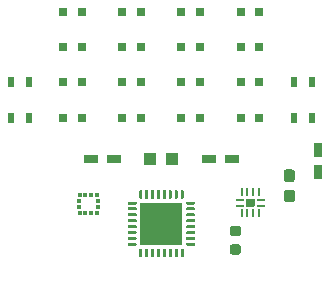
<source format=gbs>
G04 #@! TF.GenerationSoftware,KiCad,Pcbnew,5.1.10*
G04 #@! TF.CreationDate,2021-12-10T15:11:43+01:00*
G04 #@! TF.ProjectId,Watch,57617463-682e-46b6-9963-61645f706362,rev?*
G04 #@! TF.SameCoordinates,Original*
G04 #@! TF.FileFunction,Soldermask,Bot*
G04 #@! TF.FilePolarity,Negative*
%FSLAX46Y46*%
G04 Gerber Fmt 4.6, Leading zero omitted, Abs format (unit mm)*
G04 Created by KiCad (PCBNEW 5.1.10) date 2021-12-10 15:11:43*
%MOMM*%
%LPD*%
G01*
G04 APERTURE LIST*
%ADD10C,0.100000*%
%ADD11R,0.700000X0.250000*%
%ADD12R,0.250000X0.700000*%
%ADD13R,0.300000X0.350000*%
%ADD14R,0.750000X1.200000*%
%ADD15R,1.200000X0.750000*%
%ADD16R,0.800000X0.800000*%
%ADD17R,0.500000X0.900000*%
%ADD18R,1.050000X1.100000*%
%ADD19R,3.650000X3.650000*%
G04 APERTURE END LIST*
D10*
G36*
X145384000Y-106330000D02*
G01*
X145384000Y-106890000D01*
X145244000Y-107030000D01*
X144684000Y-107030000D01*
X144684000Y-106330000D01*
X145384000Y-106330000D01*
G37*
D11*
X145934000Y-106930000D03*
X145934000Y-106430000D03*
X144134000Y-106430000D03*
X144134000Y-106930000D03*
D12*
X145784000Y-105780000D03*
X145284000Y-105780000D03*
X144784000Y-105780000D03*
X144284000Y-105780000D03*
X145784000Y-107580000D03*
X145284000Y-107580000D03*
X144784000Y-107580000D03*
X144284000Y-107580000D03*
D13*
X130543000Y-106557000D03*
X130543000Y-107057000D03*
X130568000Y-107582000D03*
X131068000Y-107582000D03*
X131568000Y-107582000D03*
X132068000Y-107582000D03*
X132093000Y-107057000D03*
X132093000Y-106557000D03*
X132068000Y-106032000D03*
X131568000Y-106032000D03*
X131068000Y-106032000D03*
X130568000Y-106032000D03*
D14*
X150749000Y-102174000D03*
X150749000Y-104074000D03*
D15*
X141550000Y-103000000D03*
X143450000Y-103000000D03*
X133450000Y-103000000D03*
X131550000Y-103000000D03*
D16*
X145800000Y-90500000D03*
X144200000Y-90500000D03*
X145800000Y-93500000D03*
X144200000Y-93500000D03*
X145800000Y-96500000D03*
X144200000Y-96500000D03*
X145800000Y-99500000D03*
X144200000Y-99500000D03*
X140800000Y-90500000D03*
X139200000Y-90500000D03*
X140800000Y-93500000D03*
X139200000Y-93500000D03*
X140800000Y-96500000D03*
X139200000Y-96500000D03*
X140800000Y-99500000D03*
X139200000Y-99500000D03*
X135800000Y-90500000D03*
X134200000Y-90500000D03*
X135800000Y-93500000D03*
X134200000Y-93500000D03*
X135800000Y-96500000D03*
X134200000Y-96500000D03*
X135800000Y-99500000D03*
X134200000Y-99500000D03*
X130800000Y-90500000D03*
X129200000Y-90500000D03*
X130800000Y-93500000D03*
X129200000Y-93500000D03*
X130800000Y-96500000D03*
X129200000Y-96500000D03*
X130800000Y-99500000D03*
X129200000Y-99500000D03*
D17*
X126250000Y-96500000D03*
X124750000Y-96500000D03*
X126250000Y-99500000D03*
X124750000Y-99500000D03*
X148750000Y-96500000D03*
X150250000Y-96500000D03*
X148750000Y-99500000D03*
X150250000Y-99500000D03*
D18*
X136575000Y-103000000D03*
X138425000Y-103000000D03*
G36*
G01*
X135687500Y-105608000D02*
X135812500Y-105608000D01*
G75*
G02*
X135875000Y-105670500I0J-62500D01*
G01*
X135875000Y-106295500D01*
G75*
G02*
X135812500Y-106358000I-62500J0D01*
G01*
X135687500Y-106358000D01*
G75*
G02*
X135625000Y-106295500I0J62500D01*
G01*
X135625000Y-105670500D01*
G75*
G02*
X135687500Y-105608000I62500J0D01*
G01*
G37*
G36*
G01*
X136187500Y-105608000D02*
X136312500Y-105608000D01*
G75*
G02*
X136375000Y-105670500I0J-62500D01*
G01*
X136375000Y-106295500D01*
G75*
G02*
X136312500Y-106358000I-62500J0D01*
G01*
X136187500Y-106358000D01*
G75*
G02*
X136125000Y-106295500I0J62500D01*
G01*
X136125000Y-105670500D01*
G75*
G02*
X136187500Y-105608000I62500J0D01*
G01*
G37*
G36*
G01*
X136687500Y-105608000D02*
X136812500Y-105608000D01*
G75*
G02*
X136875000Y-105670500I0J-62500D01*
G01*
X136875000Y-106295500D01*
G75*
G02*
X136812500Y-106358000I-62500J0D01*
G01*
X136687500Y-106358000D01*
G75*
G02*
X136625000Y-106295500I0J62500D01*
G01*
X136625000Y-105670500D01*
G75*
G02*
X136687500Y-105608000I62500J0D01*
G01*
G37*
G36*
G01*
X137187500Y-105608000D02*
X137312500Y-105608000D01*
G75*
G02*
X137375000Y-105670500I0J-62500D01*
G01*
X137375000Y-106295500D01*
G75*
G02*
X137312500Y-106358000I-62500J0D01*
G01*
X137187500Y-106358000D01*
G75*
G02*
X137125000Y-106295500I0J62500D01*
G01*
X137125000Y-105670500D01*
G75*
G02*
X137187500Y-105608000I62500J0D01*
G01*
G37*
G36*
G01*
X137687500Y-105608000D02*
X137812500Y-105608000D01*
G75*
G02*
X137875000Y-105670500I0J-62500D01*
G01*
X137875000Y-106295500D01*
G75*
G02*
X137812500Y-106358000I-62500J0D01*
G01*
X137687500Y-106358000D01*
G75*
G02*
X137625000Y-106295500I0J62500D01*
G01*
X137625000Y-105670500D01*
G75*
G02*
X137687500Y-105608000I62500J0D01*
G01*
G37*
G36*
G01*
X138187500Y-105608000D02*
X138312500Y-105608000D01*
G75*
G02*
X138375000Y-105670500I0J-62500D01*
G01*
X138375000Y-106295500D01*
G75*
G02*
X138312500Y-106358000I-62500J0D01*
G01*
X138187500Y-106358000D01*
G75*
G02*
X138125000Y-106295500I0J62500D01*
G01*
X138125000Y-105670500D01*
G75*
G02*
X138187500Y-105608000I62500J0D01*
G01*
G37*
G36*
G01*
X138687500Y-105608000D02*
X138812500Y-105608000D01*
G75*
G02*
X138875000Y-105670500I0J-62500D01*
G01*
X138875000Y-106295500D01*
G75*
G02*
X138812500Y-106358000I-62500J0D01*
G01*
X138687500Y-106358000D01*
G75*
G02*
X138625000Y-106295500I0J62500D01*
G01*
X138625000Y-105670500D01*
G75*
G02*
X138687500Y-105608000I62500J0D01*
G01*
G37*
G36*
G01*
X139187500Y-105608000D02*
X139312500Y-105608000D01*
G75*
G02*
X139375000Y-105670500I0J-62500D01*
G01*
X139375000Y-106295500D01*
G75*
G02*
X139312500Y-106358000I-62500J0D01*
G01*
X139187500Y-106358000D01*
G75*
G02*
X139125000Y-106295500I0J62500D01*
G01*
X139125000Y-105670500D01*
G75*
G02*
X139187500Y-105608000I62500J0D01*
G01*
G37*
G36*
G01*
X139662500Y-106583000D02*
X140287500Y-106583000D01*
G75*
G02*
X140350000Y-106645500I0J-62500D01*
G01*
X140350000Y-106770500D01*
G75*
G02*
X140287500Y-106833000I-62500J0D01*
G01*
X139662500Y-106833000D01*
G75*
G02*
X139600000Y-106770500I0J62500D01*
G01*
X139600000Y-106645500D01*
G75*
G02*
X139662500Y-106583000I62500J0D01*
G01*
G37*
G36*
G01*
X139662500Y-107083000D02*
X140287500Y-107083000D01*
G75*
G02*
X140350000Y-107145500I0J-62500D01*
G01*
X140350000Y-107270500D01*
G75*
G02*
X140287500Y-107333000I-62500J0D01*
G01*
X139662500Y-107333000D01*
G75*
G02*
X139600000Y-107270500I0J62500D01*
G01*
X139600000Y-107145500D01*
G75*
G02*
X139662500Y-107083000I62500J0D01*
G01*
G37*
G36*
G01*
X139662500Y-107583000D02*
X140287500Y-107583000D01*
G75*
G02*
X140350000Y-107645500I0J-62500D01*
G01*
X140350000Y-107770500D01*
G75*
G02*
X140287500Y-107833000I-62500J0D01*
G01*
X139662500Y-107833000D01*
G75*
G02*
X139600000Y-107770500I0J62500D01*
G01*
X139600000Y-107645500D01*
G75*
G02*
X139662500Y-107583000I62500J0D01*
G01*
G37*
G36*
G01*
X139662500Y-108083000D02*
X140287500Y-108083000D01*
G75*
G02*
X140350000Y-108145500I0J-62500D01*
G01*
X140350000Y-108270500D01*
G75*
G02*
X140287500Y-108333000I-62500J0D01*
G01*
X139662500Y-108333000D01*
G75*
G02*
X139600000Y-108270500I0J62500D01*
G01*
X139600000Y-108145500D01*
G75*
G02*
X139662500Y-108083000I62500J0D01*
G01*
G37*
G36*
G01*
X139662500Y-108583000D02*
X140287500Y-108583000D01*
G75*
G02*
X140350000Y-108645500I0J-62500D01*
G01*
X140350000Y-108770500D01*
G75*
G02*
X140287500Y-108833000I-62500J0D01*
G01*
X139662500Y-108833000D01*
G75*
G02*
X139600000Y-108770500I0J62500D01*
G01*
X139600000Y-108645500D01*
G75*
G02*
X139662500Y-108583000I62500J0D01*
G01*
G37*
G36*
G01*
X139662500Y-109083000D02*
X140287500Y-109083000D01*
G75*
G02*
X140350000Y-109145500I0J-62500D01*
G01*
X140350000Y-109270500D01*
G75*
G02*
X140287500Y-109333000I-62500J0D01*
G01*
X139662500Y-109333000D01*
G75*
G02*
X139600000Y-109270500I0J62500D01*
G01*
X139600000Y-109145500D01*
G75*
G02*
X139662500Y-109083000I62500J0D01*
G01*
G37*
G36*
G01*
X139662500Y-109583000D02*
X140287500Y-109583000D01*
G75*
G02*
X140350000Y-109645500I0J-62500D01*
G01*
X140350000Y-109770500D01*
G75*
G02*
X140287500Y-109833000I-62500J0D01*
G01*
X139662500Y-109833000D01*
G75*
G02*
X139600000Y-109770500I0J62500D01*
G01*
X139600000Y-109645500D01*
G75*
G02*
X139662500Y-109583000I62500J0D01*
G01*
G37*
G36*
G01*
X139662500Y-110083000D02*
X140287500Y-110083000D01*
G75*
G02*
X140350000Y-110145500I0J-62500D01*
G01*
X140350000Y-110270500D01*
G75*
G02*
X140287500Y-110333000I-62500J0D01*
G01*
X139662500Y-110333000D01*
G75*
G02*
X139600000Y-110270500I0J62500D01*
G01*
X139600000Y-110145500D01*
G75*
G02*
X139662500Y-110083000I62500J0D01*
G01*
G37*
G36*
G01*
X139187500Y-110558000D02*
X139312500Y-110558000D01*
G75*
G02*
X139375000Y-110620500I0J-62500D01*
G01*
X139375000Y-111245500D01*
G75*
G02*
X139312500Y-111308000I-62500J0D01*
G01*
X139187500Y-111308000D01*
G75*
G02*
X139125000Y-111245500I0J62500D01*
G01*
X139125000Y-110620500D01*
G75*
G02*
X139187500Y-110558000I62500J0D01*
G01*
G37*
G36*
G01*
X138687500Y-110558000D02*
X138812500Y-110558000D01*
G75*
G02*
X138875000Y-110620500I0J-62500D01*
G01*
X138875000Y-111245500D01*
G75*
G02*
X138812500Y-111308000I-62500J0D01*
G01*
X138687500Y-111308000D01*
G75*
G02*
X138625000Y-111245500I0J62500D01*
G01*
X138625000Y-110620500D01*
G75*
G02*
X138687500Y-110558000I62500J0D01*
G01*
G37*
G36*
G01*
X138187500Y-110558000D02*
X138312500Y-110558000D01*
G75*
G02*
X138375000Y-110620500I0J-62500D01*
G01*
X138375000Y-111245500D01*
G75*
G02*
X138312500Y-111308000I-62500J0D01*
G01*
X138187500Y-111308000D01*
G75*
G02*
X138125000Y-111245500I0J62500D01*
G01*
X138125000Y-110620500D01*
G75*
G02*
X138187500Y-110558000I62500J0D01*
G01*
G37*
G36*
G01*
X137687500Y-110558000D02*
X137812500Y-110558000D01*
G75*
G02*
X137875000Y-110620500I0J-62500D01*
G01*
X137875000Y-111245500D01*
G75*
G02*
X137812500Y-111308000I-62500J0D01*
G01*
X137687500Y-111308000D01*
G75*
G02*
X137625000Y-111245500I0J62500D01*
G01*
X137625000Y-110620500D01*
G75*
G02*
X137687500Y-110558000I62500J0D01*
G01*
G37*
G36*
G01*
X137187500Y-110558000D02*
X137312500Y-110558000D01*
G75*
G02*
X137375000Y-110620500I0J-62500D01*
G01*
X137375000Y-111245500D01*
G75*
G02*
X137312500Y-111308000I-62500J0D01*
G01*
X137187500Y-111308000D01*
G75*
G02*
X137125000Y-111245500I0J62500D01*
G01*
X137125000Y-110620500D01*
G75*
G02*
X137187500Y-110558000I62500J0D01*
G01*
G37*
G36*
G01*
X136687500Y-110558000D02*
X136812500Y-110558000D01*
G75*
G02*
X136875000Y-110620500I0J-62500D01*
G01*
X136875000Y-111245500D01*
G75*
G02*
X136812500Y-111308000I-62500J0D01*
G01*
X136687500Y-111308000D01*
G75*
G02*
X136625000Y-111245500I0J62500D01*
G01*
X136625000Y-110620500D01*
G75*
G02*
X136687500Y-110558000I62500J0D01*
G01*
G37*
G36*
G01*
X136187500Y-110558000D02*
X136312500Y-110558000D01*
G75*
G02*
X136375000Y-110620500I0J-62500D01*
G01*
X136375000Y-111245500D01*
G75*
G02*
X136312500Y-111308000I-62500J0D01*
G01*
X136187500Y-111308000D01*
G75*
G02*
X136125000Y-111245500I0J62500D01*
G01*
X136125000Y-110620500D01*
G75*
G02*
X136187500Y-110558000I62500J0D01*
G01*
G37*
G36*
G01*
X135687500Y-110558000D02*
X135812500Y-110558000D01*
G75*
G02*
X135875000Y-110620500I0J-62500D01*
G01*
X135875000Y-111245500D01*
G75*
G02*
X135812500Y-111308000I-62500J0D01*
G01*
X135687500Y-111308000D01*
G75*
G02*
X135625000Y-111245500I0J62500D01*
G01*
X135625000Y-110620500D01*
G75*
G02*
X135687500Y-110558000I62500J0D01*
G01*
G37*
G36*
G01*
X134712500Y-110083000D02*
X135337500Y-110083000D01*
G75*
G02*
X135400000Y-110145500I0J-62500D01*
G01*
X135400000Y-110270500D01*
G75*
G02*
X135337500Y-110333000I-62500J0D01*
G01*
X134712500Y-110333000D01*
G75*
G02*
X134650000Y-110270500I0J62500D01*
G01*
X134650000Y-110145500D01*
G75*
G02*
X134712500Y-110083000I62500J0D01*
G01*
G37*
G36*
G01*
X134712500Y-109583000D02*
X135337500Y-109583000D01*
G75*
G02*
X135400000Y-109645500I0J-62500D01*
G01*
X135400000Y-109770500D01*
G75*
G02*
X135337500Y-109833000I-62500J0D01*
G01*
X134712500Y-109833000D01*
G75*
G02*
X134650000Y-109770500I0J62500D01*
G01*
X134650000Y-109645500D01*
G75*
G02*
X134712500Y-109583000I62500J0D01*
G01*
G37*
G36*
G01*
X134712500Y-109083000D02*
X135337500Y-109083000D01*
G75*
G02*
X135400000Y-109145500I0J-62500D01*
G01*
X135400000Y-109270500D01*
G75*
G02*
X135337500Y-109333000I-62500J0D01*
G01*
X134712500Y-109333000D01*
G75*
G02*
X134650000Y-109270500I0J62500D01*
G01*
X134650000Y-109145500D01*
G75*
G02*
X134712500Y-109083000I62500J0D01*
G01*
G37*
G36*
G01*
X134712500Y-108583000D02*
X135337500Y-108583000D01*
G75*
G02*
X135400000Y-108645500I0J-62500D01*
G01*
X135400000Y-108770500D01*
G75*
G02*
X135337500Y-108833000I-62500J0D01*
G01*
X134712500Y-108833000D01*
G75*
G02*
X134650000Y-108770500I0J62500D01*
G01*
X134650000Y-108645500D01*
G75*
G02*
X134712500Y-108583000I62500J0D01*
G01*
G37*
G36*
G01*
X134712500Y-108083000D02*
X135337500Y-108083000D01*
G75*
G02*
X135400000Y-108145500I0J-62500D01*
G01*
X135400000Y-108270500D01*
G75*
G02*
X135337500Y-108333000I-62500J0D01*
G01*
X134712500Y-108333000D01*
G75*
G02*
X134650000Y-108270500I0J62500D01*
G01*
X134650000Y-108145500D01*
G75*
G02*
X134712500Y-108083000I62500J0D01*
G01*
G37*
G36*
G01*
X134712500Y-107583000D02*
X135337500Y-107583000D01*
G75*
G02*
X135400000Y-107645500I0J-62500D01*
G01*
X135400000Y-107770500D01*
G75*
G02*
X135337500Y-107833000I-62500J0D01*
G01*
X134712500Y-107833000D01*
G75*
G02*
X134650000Y-107770500I0J62500D01*
G01*
X134650000Y-107645500D01*
G75*
G02*
X134712500Y-107583000I62500J0D01*
G01*
G37*
G36*
G01*
X134712500Y-107083000D02*
X135337500Y-107083000D01*
G75*
G02*
X135400000Y-107145500I0J-62500D01*
G01*
X135400000Y-107270500D01*
G75*
G02*
X135337500Y-107333000I-62500J0D01*
G01*
X134712500Y-107333000D01*
G75*
G02*
X134650000Y-107270500I0J62500D01*
G01*
X134650000Y-107145500D01*
G75*
G02*
X134712500Y-107083000I62500J0D01*
G01*
G37*
G36*
G01*
X134712500Y-106583000D02*
X135337500Y-106583000D01*
G75*
G02*
X135400000Y-106645500I0J-62500D01*
G01*
X135400000Y-106770500D01*
G75*
G02*
X135337500Y-106833000I-62500J0D01*
G01*
X134712500Y-106833000D01*
G75*
G02*
X134650000Y-106770500I0J62500D01*
G01*
X134650000Y-106645500D01*
G75*
G02*
X134712500Y-106583000I62500J0D01*
G01*
G37*
D19*
X137500000Y-108458000D03*
G36*
G01*
X148098500Y-103856500D02*
X148573500Y-103856500D01*
G75*
G02*
X148811000Y-104094000I0J-237500D01*
G01*
X148811000Y-104694000D01*
G75*
G02*
X148573500Y-104931500I-237500J0D01*
G01*
X148098500Y-104931500D01*
G75*
G02*
X147861000Y-104694000I0J237500D01*
G01*
X147861000Y-104094000D01*
G75*
G02*
X148098500Y-103856500I237500J0D01*
G01*
G37*
G36*
G01*
X148098500Y-105581500D02*
X148573500Y-105581500D01*
G75*
G02*
X148811000Y-105819000I0J-237500D01*
G01*
X148811000Y-106419000D01*
G75*
G02*
X148573500Y-106656500I-237500J0D01*
G01*
X148098500Y-106656500D01*
G75*
G02*
X147861000Y-106419000I0J237500D01*
G01*
X147861000Y-105819000D01*
G75*
G02*
X148098500Y-105581500I237500J0D01*
G01*
G37*
G36*
G01*
X143507750Y-108630000D02*
X144020250Y-108630000D01*
G75*
G02*
X144239000Y-108848750I0J-218750D01*
G01*
X144239000Y-109286250D01*
G75*
G02*
X144020250Y-109505000I-218750J0D01*
G01*
X143507750Y-109505000D01*
G75*
G02*
X143289000Y-109286250I0J218750D01*
G01*
X143289000Y-108848750D01*
G75*
G02*
X143507750Y-108630000I218750J0D01*
G01*
G37*
G36*
G01*
X143507750Y-110205000D02*
X144020250Y-110205000D01*
G75*
G02*
X144239000Y-110423750I0J-218750D01*
G01*
X144239000Y-110861250D01*
G75*
G02*
X144020250Y-111080000I-218750J0D01*
G01*
X143507750Y-111080000D01*
G75*
G02*
X143289000Y-110861250I0J218750D01*
G01*
X143289000Y-110423750D01*
G75*
G02*
X143507750Y-110205000I218750J0D01*
G01*
G37*
M02*

</source>
